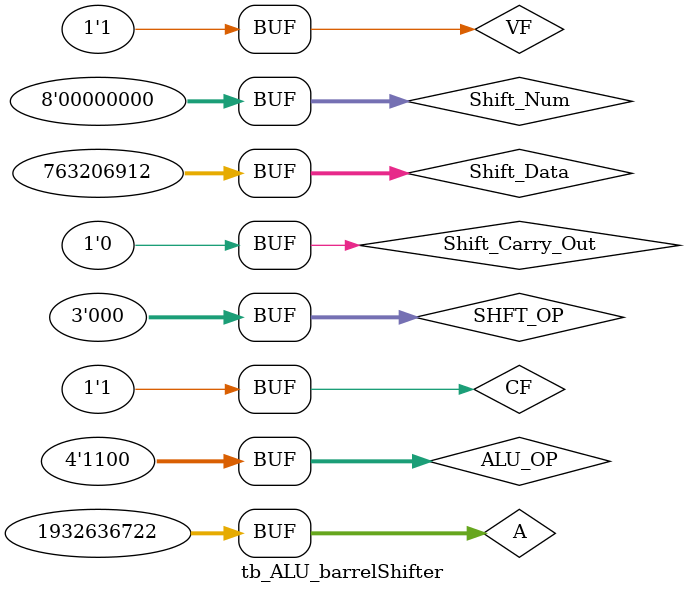
<source format=v>
`timescale 1ns / 1ps


module tb_ALU_barrelShifter();
    reg [32:1] A;
    reg [32:1] Shift_Data; 
    reg [8:1] Shift_Num; 
    reg [3:1] SHFT_OP;
    reg [4:1] ALU_OP;
    reg CF,VF;
    
    wire [32:1] Shift_Out;
    wire Shift_Carry_Out=0;
    wire [32:1] F;
    wire [4:1] NZCV;
    
    initial begin
        SHFT_OP=3'b001; Shift_Num=8'd3;
        Shift_Data = 32'h3ac50001;
        ALU_OP=4'b0101; 
        A = 32'h9a4d882b;
        CF=1'b1; VF=1'b0;
        #100;
        
        SHFT_OP=3'b000; Shift_Num=8'd35;
        Shift_Data = 32'h2342689a;
        ALU_OP=4'b1100;
        A = 32'hee34fa12;
        CF=1'b0; VF=1'b1;
        #100;
        
        SHFT_OP=3'b010; Shift_Num=8'd0;
        Shift_Data = 32'hf0000000;
        ALU_OP=4'b0001;
        A = 32'h8b49da1f;
        CF=1'b0; VF=1'b0;
        #100;
        
        SHFT_OP=3'b010; Shift_Num=8'd12;
        Shift_Data = 32'h5f5555f5;
        ALU_OP=4'b0111;
        A = 32'h98463f4f;
        CF=1'b0; VF=1'b0;
        #100;
        
        SHFT_OP=3'b100; Shift_Num=8'd6;
        Shift_Data = 32'h8a9d029d;
        ALU_OP=4'b1010;
        A = 32'h4b5c6d7e;
        CF=1'b1; VF=1'b1;
        #100;

        SHFT_OP=3'b101; Shift_Num=8'd40;
        Shift_Data = 32'h8a9d029d;
        ALU_OP=4'b1101;
        A = 32'hbcdef123;
        CF=1'b1; VF=1'b1;
        #100;

        SHFT_OP=3'b111; Shift_Num=8'd0;
        Shift_Data = 32'h888ee888;
        ALU_OP=4'b1111;
        A = 32'h3343dacd;
        CF=1'b0; VF=1'b1;
        #100;

        SHFT_OP=3'b110; Shift_Num=8'd1;
        Shift_Data = 32'h3f3f3f3f;
        ALU_OP=4'b0011;
        A = 32'h87654321;
        CF=1'b1; VF=1'b0;
        #100;

        SHFT_OP=3'b000; Shift_Num=8'd0;
        Shift_Data = 32'h2d7d9d00;
        ALU_OP=4'b1100;
        A = 32'h7331b232;
        CF=1'b1; VF=1'b1;
        //#100;        
        
    end  
    
    barrelShifter Shift_Instance(.SHFT_OP(SHFT_OP),.Shift_Data(Shift_Data),.Shift_Num(Shift_Num),.Carry_flag(CF),.Shift_Out(Shift_Out),.Shift_Carry_Out(Shift_Carry_Out));
    ALU ALU_Instance(ALU_OP,A,Shift_Out,Shift_Carry_Out,CF,VF,NZCV,F);
endmodule

</source>
